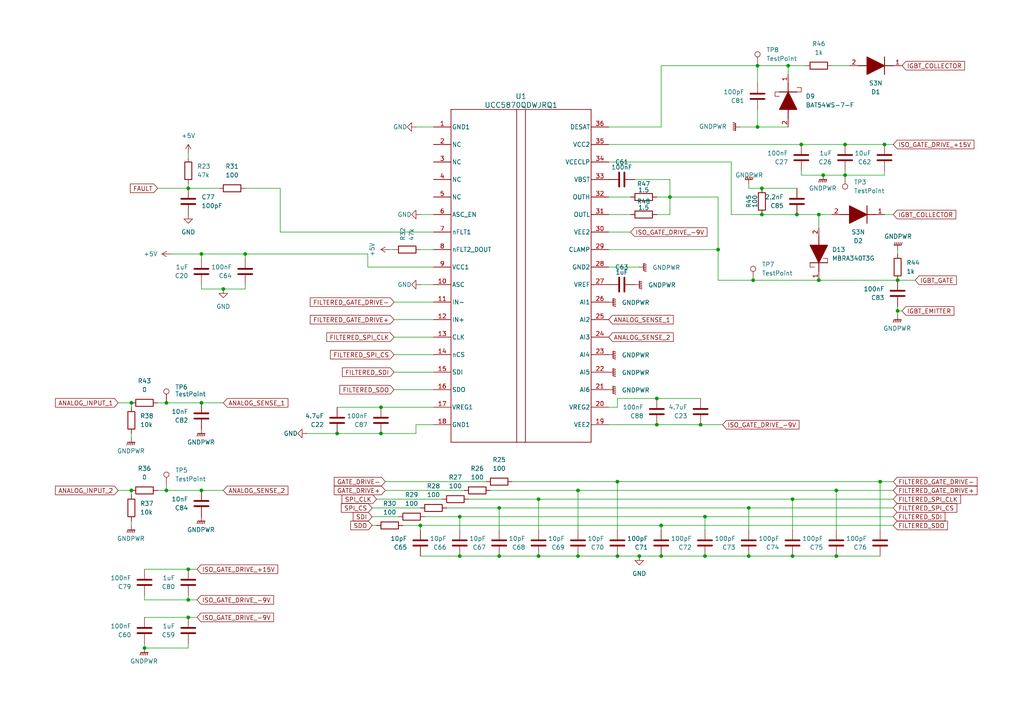
<source format=kicad_sch>
(kicad_sch (version 20250114) (generator "eeschema") (generator_version "9.0")
  (paper "A4")
  (lib_symbols
    (symbol "Connector:TestPoint" (pin_numbers (hide yes)) (pin_names (offset 0.762) (hide yes))
      (property "Reference" "TP" (at 0 6.858 0))
      (property "Value" "TestPoint" (at 0 5.08 0))
      (symbol "TestPoint_0_1"
        (circle (center 0 3.302) (radius 0.762))
      )
      (symbol "TestPoint_1_1"
        (pin passive line (at 0 0 90) (length 2.54) (name "1") (number "1"))
      )
    )
    (symbol "Device:C" (pin_numbers (hide yes)) (pin_names (offset 0.254))
      (property "Reference" "C" (at 0.635 2.54 0))
      (property "Value" "C" (at 0.635 -2.54 0))
      (symbol "C_0_1"
        (polyline (pts (xy -2.032 0.762) (xy 2.032 0.762)) (stroke (width 0.508)))
        (polyline (pts (xy -2.032 -0.762) (xy 2.032 -0.762)) (stroke (width 0.508)))
      )
      (symbol "C_1_1"
        (pin passive line (at 0 3.81 270) (length 2.794) (name "~") (number "1"))
        (pin passive line (at 0 -3.81 90) (length 2.794) (name "~") (number "2"))
      )
    )
    (symbol "Device:R" (pin_numbers (hide yes)) (pin_names (offset 0))
      (property "Reference" "R" (at 2.032 0 90))
      (property "Value" "R" (at 0 0 90))
      (symbol "R_0_1"
        (rectangle (start -1.016 -2.54) (end 1.016 2.54) (stroke (width 0.254)))
      )
      (symbol "R_1_1"
        (pin passive line (at 0 3.81 270) (length 1.27) (name "~") (number "1"))
        (pin passive line (at 0 -3.81 90) (length 1.27) (name "~") (number "2"))
      )
    )
    (symbol "InverterCom:BAT54WS-7-F" (pin_names (hide yes))
      (property "Reference" "D" (at 11.43 5.08 0))
      (property "Value" "BAT54WS-7-F" (at 11.43 2.54 0))
      (symbol "BAT54WS-7-F_0_1"
        (polyline (pts (xy 5.08 2.54) (xy 5.08 3.81) (xy 3.81 3.81) (xy 3.81 2.54)))
        (polyline (pts (xy 5.08 -2.54) (xy 5.08 -3.81) (xy 6.35 -3.81) (xy 6.35 -2.54)))
      )
      (symbol "BAT54WS-7-F_1_1"
        (polyline (pts (xy 2.54 0) (xy 5.08 0)) (stroke (width 0.254)))
        (polyline (pts (xy 5.08 2.54) (xy 5.08 -2.54)) (stroke (width 0.254)))
        (polyline (pts (xy 5.08 0) (xy 10.16 2.54) (xy 10.16 -2.54) (xy 5.08 0)) (stroke (width 0.254)) (fill (type outline)))
        (polyline (pts (xy 10.16 0) (xy 12.7 0)) (stroke (width 0.254)))
        (pin passive line (at 0 0 0) (length 2.54) (name "K") (number "1"))
        (pin passive line (at 15.24 0 180) (length 2.54) (name "A") (number "2"))
      )
    )
    (symbol "InverterCom:MBRA340T3G" (pin_names (hide yes))
      (property "Reference" "D" (at 11.43 5.08 0))
      (property "Value" "MBRA340T3G" (at 11.43 2.54 0))
      (symbol "MBRA340T3G_0_1"
        (polyline (pts (xy 5.08 2.54) (xy 3.81 2.54) (xy 3.81 1.27)))
        (polyline (pts (xy 5.08 -2.54) (xy 6.35 -2.54) (xy 6.35 -1.27)))
      )
      (symbol "MBRA340T3G_1_1"
        (polyline (pts (xy 2.54 0) (xy 5.08 0)) (stroke (width 0.254)))
        (polyline (pts (xy 5.08 2.54) (xy 5.08 -2.54)) (stroke (width 0.254)))
        (polyline (pts (xy 5.08 0) (xy 10.16 2.54) (xy 10.16 -2.54) (xy 5.08 0)) (stroke (width 0.254)) (fill (type outline)))
        (polyline (pts (xy 10.16 0) (xy 12.7 0)) (stroke (width 0.254)))
        (pin passive line (at 0 0 0) (length 2.54) (name "K") (number "1"))
        (pin passive line (at 15.24 0 180) (length 2.54) (name "A") (number "2"))
      )
    )
    (symbol "InverterCom:S3N" (pin_names (hide yes))
      (property "Reference" "D" (at 11.43 5.08 0))
      (property "Value" "S3N" (at 11.43 2.54 0))
      (symbol "S3N_1_1"
        (polyline (pts (xy 2.54 0) (xy 5.08 0)) (stroke (width 0.254)))
        (polyline (pts (xy 5.08 2.54) (xy 5.08 -2.54)) (stroke (width 0.254)))
        (polyline (pts (xy 5.08 0) (xy 10.16 2.54) (xy 10.16 -2.54) (xy 5.08 0)) (stroke (width 0.254)) (fill (type outline)))
        (polyline (pts (xy 10.16 0) (xy 12.7 0)) (stroke (width 0.254)))
        (pin passive line (at 0 0 0) (length 2.54) (name "K") (number "1"))
        (pin passive line (at 15.24 0 180) (length 2.54) (name "A") (number "2"))
      )
    )
    (symbol "InverterCom:UCC5870QDWJRQ1" (pin_names (offset 0.254))
      (property "Reference" "U" (at 0 2.54 0))
      (property "Value" "UCC5870QDWJRQ1" (at 0 0 0))
      (symbol "UCC5870QDWJRQ1_0_1"
        (polyline (pts (xy -20.32 48.26) (xy -20.32 -48.26)) (stroke (width 0.2032)))
        (polyline (pts (xy -20.32 -48.26) (xy 20.32 -48.26)) (stroke (width 0.2032)))
        (polyline (pts (xy -1.27 -48.26) (xy -1.27 48.26)) (stroke (width 0.2032)))
        (polyline (pts (xy 1.27 -48.26) (xy 1.27 48.26)) (stroke (width 0.2032)))
        (polyline (pts (xy 20.32 48.26) (xy -20.32 48.26)) (stroke (width 0.2032)))
        (polyline (pts (xy 20.32 -48.26) (xy 20.32 48.26)) (stroke (width 0.2032)))
        (pin power_in line (at -25.4 43.18 0) (length 5.08) (name "GND1") (number "1"))
        (pin unspecified line (at -25.4 38.1 0) (length 5.08) (name "NC") (number "2"))
        (pin unspecified line (at -25.4 33.02 0) (length 5.08) (name "NC") (number "3"))
        (pin unspecified line (at -25.4 27.94 0) (length 5.08) (name "NC") (number "4"))
        (pin unspecified line (at -25.4 22.86 0) (length 5.08) (name "NC") (number "5"))
        (pin input line (at -25.4 17.78 0) (length 5.08) (name "ASC_EN") (number "6"))
        (pin output line (at -25.4 12.7 0) (length 5.08) (name "nFLT1") (number "7"))
        (pin output line (at -25.4 7.62 0) (length 5.08) (name "nFLT2_DOUT") (number "8"))
        (pin power_in line (at -25.4 2.54 0) (length 5.08) (name "VCC1") (number "9"))
        (pin power_in line (at -25.4 -2.54 0) (length 5.08) (name "ASC") (number "10"))
        (pin power_in line (at -25.4 -7.62 0) (length 5.08) (name "IN-") (number "11"))
        (pin input line (at -25.4 -12.7 0) (length 5.08) (name "IN+") (number "12"))
        (pin input line (at -25.4 -17.78 0) (length 5.08) (name "CLK") (number "13"))
        (pin input line (at -25.4 -22.86 0) (length 5.08) (name "nCS") (number "14"))
        (pin input line (at -25.4 -27.94 0) (length 5.08) (name "SDI") (number "15"))
        (pin output line (at -25.4 -33.02 0) (length 5.08) (name "SDO") (number "16"))
        (pin power_in line (at -25.4 -38.1 0) (length 5.08) (name "VREG1") (number "17"))
        (pin power_in line (at -25.4 -43.18 0) (length 5.08) (name "GND1") (number "18"))
        (pin input line (at 25.4 43.18 180) (length 5.08) (name "DESAT") (number "36"))
        (pin bidirectional line (at 25.4 38.1 180) (length 5.08) (name "VCC2") (number "35"))
        (pin input line (at 25.4 33.02 180) (length 5.08) (name "VCECLP") (number "34"))
        (pin power_in line (at 25.4 27.94 180) (length 5.08) (name "VBST") (number "33"))
        (pin output line (at 25.4 22.86 180) (length 5.08) (name "OUTH") (number "32"))
        (pin output line (at 25.4 17.78 180) (length 5.08) (name "OUTL") (number "31"))
        (pin power_in line (at 25.4 12.7 180) (length 5.08) (name "VEE2") (number "30"))
        (pin bidirectional line (at 25.4 7.62 180) (length 5.08) (name "CLAMP") (number "29"))
        (pin power_in line (at 25.4 2.54 180) (length 5.08) (name "GND2") (number "28"))
        (pin power_in line (at 25.4 -2.54 180) (length 5.08) (name "VREF") (number "27"))
        (pin input line (at 25.4 -7.62 180) (length 5.08) (name "AI1") (number "26"))
        (pin input line (at 25.4 -12.7 180) (length 5.08) (name "AI2") (number "25"))
        (pin input line (at 25.4 -17.78 180) (length 5.08) (name "AI3") (number "24"))
        (pin input line (at 25.4 -22.86 180) (length 5.08) (name "AI4") (number "23"))
        (pin input line (at 25.4 -27.94 180) (length 5.08) (name "AI5") (number "22"))
        (pin input line (at 25.4 -33.02 180) (length 5.08) (name "AI6") (number "21"))
        (pin power_in line (at 25.4 -38.1 180) (length 5.08) (name "VREG2") (number "20"))
        (pin power_in line (at 25.4 -43.18 180) (length 5.08) (name "VEE2") (number "19"))
      )
    )
    (symbol "power:+5V" (power) (pin_numbers (hide yes)) (pin_names (offset 0) (hide yes))
      (property "Value" "+5V" (at 0 3.556 0))
      (symbol "+5V_0_1"
        (polyline (pts (xy -0.762 1.27) (xy 0 2.54)))
        (polyline (pts (xy 0 2.54) (xy 0.762 1.27)))
        (polyline (pts (xy 0 0) (xy 0 2.54)))
      )
      (symbol "+5V_1_1"
        (pin power_in line (at 0 0 90) (length 0) (name "~") (number "1"))
      )
    )
    (symbol "power:GND" (power) (pin_numbers (hide yes)) (pin_names (offset 0) (hide yes))
      (property "Value" "GND" (at 0 -3.81 0))
      (symbol "GND_0_1"
        (polyline (pts (xy 0 0) (xy 0 -1.27) (xy 1.27 -1.27) (xy 0 -2.54) (xy -1.27 -1.27) (xy 0 -1.27)))
      )
      (symbol "GND_1_1"
        (pin power_in line (at 0 0 270) (length 0) (name "~") (number "1"))
      )
    )
    (symbol "power:GNDPWR" (power) (pin_numbers (hide yes)) (pin_names (offset 0) (hide yes))
      (property "Value" "GNDPWR" (at 0 -3.302 0))
      (symbol "GNDPWR_0_1"
        (polyline (pts (xy -1.016 -1.27) (xy -1.27 -2.032) (xy -1.27 -2.032)) (stroke (width 0.2032)))
        (polyline (pts (xy -0.508 -1.27) (xy -0.762 -2.032) (xy -0.762 -2.032)) (stroke (width 0.2032)))
        (polyline (pts (xy 0 -1.27) (xy 0 0)))
        (polyline (pts (xy 0 -1.27) (xy -0.254 -2.032) (xy -0.254 -2.032)) (stroke (width 0.2032)))
        (polyline (pts (xy 0.508 -1.27) (xy 0.254 -2.032) (xy 0.254 -2.032)) (stroke (width 0.2032)))
        (polyline (pts (xy 1.016 -1.27) (xy -1.016 -1.27) (xy -1.016 -1.27)) (stroke (width 0.2032)))
        (polyline (pts (xy 1.016 -1.27) (xy 0.762 -2.032) (xy 0.762 -2.032) (xy 0.762 -2.032)) (stroke (width 0.2032)))
      )
      (symbol "GNDPWR_1_1"
        (pin power_in line (at 0 0 270) (length 0) (name "~") (number "1"))
      )
    )
  )
  (junction (at 167.64 161.29))
  (junction (at 245.11 50.8))
  (junction (at 217.17 161.29))
  (junction (at 191.77 161.29))
  (junction (at 179.07 161.29))
  (junction (at 54.61 165.1))
  (junction (at 48.26 116.84))
  (junction (at 97.79 125.73))
  (junction (at 167.64 142.24))
  (junction (at 220.98 54.61))
  (junction (at 194.31 57.15))
  (junction (at 255.27 139.7))
  (junction (at 110.49 125.73))
  (junction (at 245.11 41.91))
  (junction (at 48.26 142.24))
  (junction (at 144.78 147.32))
  (junction (at 58.42 116.84))
  (junction (at 231.14 62.23))
  (junction (at 208.28 72.39))
  (junction (at 179.07 139.7))
  (junction (at 41.91 187.96))
  (junction (at 190.5 123.19))
  (junction (at 54.61 179.07))
  (junction (at 238.76 50.8))
  (junction (at 229.87 161.29))
  (junction (at 232.41 41.91))
  (junction (at 133.35 161.29))
  (junction (at 54.61 173.99))
  (junction (at 133.35 149.86))
  (junction (at 156.21 161.29))
  (junction (at 54.61 54.61))
  (junction (at 242.57 142.24))
  (junction (at 110.49 118.11))
  (junction (at 218.44 81.28))
  (junction (at 204.47 161.29))
  (junction (at 38.1 116.84))
  (junction (at 229.87 144.78))
  (junction (at 58.42 73.66))
  (junction (at 220.98 62.23))
  (junction (at 190.5 115.57))
  (junction (at 58.42 142.24))
  (junction (at 191.77 152.4))
  (junction (at 71.12 73.66))
  (junction (at 256.54 41.91))
  (junction (at 237.49 62.23))
  (junction (at 38.1 142.24))
  (junction (at 242.57 161.29))
  (junction (at 64.77 83.82))
  (junction (at 219.71 19.05))
  (junction (at 260.35 81.28))
  (junction (at 237.49 81.28))
  (junction (at 219.71 36.83))
  (junction (at 217.17 147.32))
  (junction (at 121.92 152.4))
  (junction (at 203.2 123.19))
  (junction (at 228.6 19.05))
  (junction (at 156.21 144.78))
  (junction (at 185.42 161.29))
  (junction (at 204.47 149.86))
  (junction (at 144.78 161.29))
  (junction (at 260.35 90.17))
  (wire (pts (xy 217.17 161.29) (xy 229.87 161.29)))
  (wire (pts (xy 194.31 62.23) (xy 190.5 62.23)))
  (wire (pts (xy 114.3 92.71) (xy 125.73 92.71)))
  (wire (pts (xy 242.57 161.29) (xy 255.27 161.29)))
  (wire (pts (xy 121.92 62.23) (xy 125.73 62.23)))
  (wire (pts (xy 245.11 41.91) (xy 256.54 41.91)))
  (wire (pts (xy 218.44 81.28) (xy 237.49 81.28)))
  (wire (pts (xy 203.2 123.19) (xy 209.55 123.19)))
  (wire (pts (xy 121.92 152.4) (xy 191.77 152.4)))
  (wire (pts (xy 179.07 139.7) (xy 255.27 139.7)))
  (wire (pts (xy 106.68 77.47) (xy 125.73 77.47)))
  (wire (pts (xy 133.35 161.29) (xy 144.78 161.29)))
  (wire (pts (xy 176.53 57.15) (xy 182.88 57.15)))
  (wire (pts (xy 71.12 73.66) (xy 71.12 74.93)))
  (wire (pts (xy 45.72 116.84) (xy 48.26 116.84)))
  (wire (pts (xy 121.92 82.55) (xy 125.73 82.55)))
  (wire (pts (xy 261.62 90.17) (xy 260.35 90.17)))
  (wire (pts (xy 71.12 82.55) (xy 71.12 83.82)))
  (wire (pts (xy 58.42 142.24) (xy 64.77 142.24)))
  (wire (pts (xy 123.19 149.86) (xy 133.35 149.86)))
  (wire (pts (xy 190.5 57.15) (xy 194.31 57.15)))
  (wire (pts (xy 34.29 116.84) (xy 38.1 116.84)))
  (wire (pts (xy 156.21 144.78) (xy 156.21 153.67)))
  (wire (pts (xy 185.42 161.29) (xy 191.77 161.29)))
  (wire (pts (xy 54.61 45.72) (xy 54.61 44.45)))
  (wire (pts (xy 135.89 144.78) (xy 156.21 144.78)))
  (wire (pts (xy 204.47 149.86) (xy 259.08 149.86)))
  (wire (pts (xy 49.53 73.66) (xy 58.42 73.66)))
  (wire (pts (xy 220.98 54.61) (xy 231.14 54.61)))
  (wire (pts (xy 107.95 147.32) (xy 121.92 147.32)))
  (wire (pts (xy 88.9 125.73) (xy 97.79 125.73)))
  (wire (pts (xy 58.42 73.66) (xy 71.12 73.66)))
  (wire (pts (xy 231.14 62.23) (xy 237.49 62.23)))
  (wire (pts (xy 232.41 41.91) (xy 245.11 41.91)))
  (wire (pts (xy 54.61 179.07) (xy 57.15 179.07)))
  (wire (pts (xy 167.64 161.29) (xy 179.07 161.29)))
  (wire (pts (xy 179.07 115.57) (xy 190.5 115.57)))
  (wire (pts (xy 219.71 31.75) (xy 219.71 36.83)))
  (wire (pts (xy 144.78 147.32) (xy 217.17 147.32)))
  (wire (pts (xy 97.79 118.11) (xy 110.49 118.11)))
  (wire (pts (xy 64.77 83.82) (xy 58.42 83.82)))
  (wire (pts (xy 214.63 36.83) (xy 219.71 36.83)))
  (wire (pts (xy 242.57 142.24) (xy 242.57 153.67)))
  (wire (pts (xy 144.78 147.32) (xy 144.78 153.67)))
  (wire (pts (xy 121.92 152.4) (xy 121.92 153.67)))
  (wire (pts (xy 71.12 54.61) (xy 81.28 54.61)))
  (wire (pts (xy 256.54 41.91) (xy 259.08 41.91)))
  (wire (pts (xy 191.77 152.4) (xy 191.77 153.67)))
  (wire (pts (xy 120.65 36.83) (xy 125.73 36.83)))
  (wire (pts (xy 194.31 57.15) (xy 194.31 62.23)))
  (wire (pts (xy 54.61 53.34) (xy 54.61 54.61)))
  (wire (pts (xy 134.62 142.24) (xy 111.76 142.24)))
  (wire (pts (xy 54.61 165.1) (xy 57.15 165.1)))
  (wire (pts (xy 116.84 152.4) (xy 121.92 152.4)))
  (wire (pts (xy 191.77 152.4) (xy 259.08 152.4)))
  (wire (pts (xy 148.59 139.7) (xy 179.07 139.7)))
  (wire (pts (xy 176.53 123.19) (xy 190.5 123.19)))
  (wire (pts (xy 41.91 173.99) (xy 41.91 172.72)))
  (wire (pts (xy 71.12 83.82) (xy 64.77 83.82)))
  (wire (pts (xy 133.35 149.86) (xy 204.47 149.86)))
  (wire (pts (xy 255.27 139.7) (xy 255.27 153.67)))
  (wire (pts (xy 54.61 173.99) (xy 54.61 172.72)))
  (wire (pts (xy 114.3 97.79) (xy 125.73 97.79)))
  (wire (pts (xy 156.21 144.78) (xy 229.87 144.78)))
  (wire (pts (xy 208.28 72.39) (xy 208.28 81.28)))
  (wire (pts (xy 228.6 19.05) (xy 233.68 19.05)))
  (wire (pts (xy 204.47 149.86) (xy 204.47 153.67)))
  (wire (pts (xy 245.11 50.8) (xy 245.11 49.53)))
  (wire (pts (xy 256.54 49.53) (xy 256.54 50.8)))
  (wire (pts (xy 241.3 19.05) (xy 246.38 19.05)))
  (wire (pts (xy 184.15 52.07) (xy 194.31 52.07)))
  (wire (pts (xy 45.72 54.61) (xy 54.61 54.61)))
  (wire (pts (xy 229.87 161.29) (xy 242.57 161.29)))
  (wire (pts (xy 81.28 67.31) (xy 125.73 67.31)))
  (wire (pts (xy 58.42 83.82) (xy 58.42 82.55)))
  (wire (pts (xy 232.41 50.8) (xy 238.76 50.8)))
  (wire (pts (xy 176.53 72.39) (xy 208.28 72.39)))
  (wire (pts (xy 114.3 107.95) (xy 125.73 107.95)))
  (wire (pts (xy 113.03 72.39) (xy 114.3 72.39)))
  (wire (pts (xy 260.35 72.39) (xy 260.35 73.66)))
  (wire (pts (xy 208.28 81.28) (xy 218.44 81.28)))
  (wire (pts (xy 41.91 179.07) (xy 54.61 179.07)))
  (wire (pts (xy 34.29 142.24) (xy 38.1 142.24)))
  (wire (pts (xy 212.09 62.23) (xy 220.98 62.23)))
  (wire (pts (xy 260.35 81.28) (xy 265.43 81.28)))
  (wire (pts (xy 229.87 144.78) (xy 229.87 153.67)))
  (wire (pts (xy 48.26 116.84) (xy 58.42 116.84)))
  (wire (pts (xy 217.17 53.34) (xy 217.17 54.61)))
  (wire (pts (xy 217.17 147.32) (xy 217.17 153.67)))
  (wire (pts (xy 133.35 149.86) (xy 133.35 153.67)))
  (wire (pts (xy 48.26 142.24) (xy 58.42 142.24)))
  (wire (pts (xy 185.42 77.47) (xy 176.53 77.47)))
  (wire (pts (xy 38.1 125.73) (xy 38.1 127)))
  (wire (pts (xy 114.3 113.03) (xy 125.73 113.03)))
  (wire (pts (xy 38.1 142.24) (xy 38.1 143.51)))
  (wire (pts (xy 111.76 139.7) (xy 140.97 139.7)))
  (wire (pts (xy 179.07 118.11) (xy 179.07 115.57)))
  (wire (pts (xy 38.1 151.13) (xy 38.1 152.4)))
  (wire (pts (xy 109.22 144.78) (xy 128.27 144.78)))
  (wire (pts (xy 167.64 142.24) (xy 242.57 142.24)))
  (wire (pts (xy 191.77 19.05) (xy 219.71 19.05)))
  (wire (pts (xy 212.09 46.99) (xy 176.53 46.99)))
  (wire (pts (xy 106.68 73.66) (xy 106.68 77.47)))
  (wire (pts (xy 256.54 50.8) (xy 245.11 50.8)))
  (wire (pts (xy 229.87 144.78) (xy 259.08 144.78)))
  (wire (pts (xy 176.53 36.83) (xy 191.77 36.83)))
  (wire (pts (xy 220.98 62.23) (xy 231.14 62.23)))
  (wire (pts (xy 110.49 118.11) (xy 125.73 118.11)))
  (wire (pts (xy 41.91 187.96) (xy 54.61 187.96)))
  (wire (pts (xy 245.11 50.8) (xy 238.76 50.8)))
  (wire (pts (xy 107.95 152.4) (xy 109.22 152.4)))
  (wire (pts (xy 190.5 123.19) (xy 203.2 123.19)))
  (wire (pts (xy 48.26 140.97) (xy 48.26 142.24)))
  (wire (pts (xy 194.31 52.07) (xy 194.31 57.15)))
  (wire (pts (xy 167.64 153.67) (xy 167.64 142.24)))
  (wire (pts (xy 237.49 62.23) (xy 241.3 62.23)))
  (wire (pts (xy 167.64 142.24) (xy 142.24 142.24)))
  (wire (pts (xy 54.61 173.99) (xy 57.15 173.99)))
  (wire (pts (xy 129.54 147.32) (xy 144.78 147.32)))
  (wire (pts (xy 58.42 116.84) (xy 64.77 116.84)))
  (wire (pts (xy 237.49 66.04) (xy 237.49 62.23)))
  (wire (pts (xy 114.3 87.63) (xy 125.73 87.63)))
  (wire (pts (xy 260.35 90.17) (xy 260.35 91.44)))
  (wire (pts (xy 41.91 165.1) (xy 54.61 165.1)))
  (wire (pts (xy 219.71 24.13) (xy 219.71 19.05)))
  (wire (pts (xy 54.61 54.61) (xy 63.5 54.61)))
  (wire (pts (xy 41.91 187.96) (xy 41.91 186.69)))
  (wire (pts (xy 114.3 102.87) (xy 125.73 102.87)))
  (wire (pts (xy 217.17 147.32) (xy 259.08 147.32)))
  (wire (pts (xy 71.12 73.66) (xy 106.68 73.66)))
  (wire (pts (xy 219.71 19.05) (xy 228.6 19.05)))
  (wire (pts (xy 176.53 62.23) (xy 182.88 62.23)))
  (wire (pts (xy 45.72 142.24) (xy 48.26 142.24)))
  (wire (pts (xy 242.57 142.24) (xy 259.08 142.24)))
  (wire (pts (xy 208.28 57.15) (xy 208.28 72.39)))
  (wire (pts (xy 121.92 72.39) (xy 125.73 72.39)))
  (wire (pts (xy 144.78 161.29) (xy 156.21 161.29)))
  (wire (pts (xy 204.47 161.29) (xy 217.17 161.29)))
  (wire (pts (xy 256.54 62.23) (xy 259.08 62.23)))
  (wire (pts (xy 176.53 67.31) (xy 182.88 67.31)))
  (wire (pts (xy 217.17 54.61) (xy 220.98 54.61)))
  (wire (pts (xy 107.95 149.86) (xy 115.57 149.86)))
  (wire (pts (xy 179.07 161.29) (xy 185.42 161.29)))
  (wire (pts (xy 176.53 118.11) (xy 179.07 118.11)))
  (wire (pts (xy 58.42 74.93) (xy 58.42 73.66)))
  (wire (pts (xy 97.79 125.73) (xy 110.49 125.73)))
  (wire (pts (xy 259.08 139.7) (xy 255.27 139.7)))
  (wire (pts (xy 191.77 36.83) (xy 191.77 19.05)))
  (wire (pts (xy 260.35 88.9) (xy 260.35 90.17)))
  (wire (pts (xy 179.07 139.7) (xy 179.07 153.67)))
  (wire (pts (xy 156.21 161.29) (xy 167.64 161.29)))
  (wire (pts (xy 219.71 36.83) (xy 228.6 36.83)))
  (wire (pts (xy 121.92 161.29) (xy 133.35 161.29)))
  (wire (pts (xy 190.5 115.57) (xy 203.2 115.57)))
  (wire (pts (xy 120.65 125.73) (xy 120.65 123.19)))
  (wire (pts (xy 110.49 125.73) (xy 120.65 125.73)))
  (wire (pts (xy 237.49 81.28) (xy 260.35 81.28)))
  (wire (pts (xy 191.77 161.29) (xy 204.47 161.29)))
  (wire (pts (xy 81.28 67.31) (xy 81.28 54.61)))
  (wire (pts (xy 228.6 19.05) (xy 228.6 21.59)))
  (wire (pts (xy 38.1 116.84) (xy 38.1 118.11)))
  (wire (pts (xy 41.91 173.99) (xy 54.61 173.99)))
  (wire (pts (xy 232.41 50.8) (xy 232.41 49.53)))
  (wire (pts (xy 120.65 123.19) (xy 125.73 123.19)))
  (wire (pts (xy 176.53 41.91) (xy 232.41 41.91)))
  (wire (pts (xy 212.09 62.23) (xy 212.09 46.99)))
  (wire (pts (xy 194.31 57.15) (xy 208.28 57.15)))
  (wire (pts (xy 54.61 187.96) (xy 54.61 186.69)))
  (global_label "SDI" (shape input) (at 107.95 149.86 180) (property "Intersheetrefs" "${INTERSHEET_REFS}" (effects (hide yes))))
  (global_label "FAULT" (shape input) (at 45.72 54.61 180) (property "Intersheetrefs" "${INTERSHEET_REFS}" (effects (hide yes))))
  (global_label "FILTERED_SPI_CLK" (shape input) (at 259.08 144.78 0) (property "Intersheetrefs" "${INTERSHEET_REFS}" (effects (hide yes))))
  (global_label "ISO_GATE_DRIVE_+15V" (shape input) (at 259.08 41.91 0) (property "Intersheetrefs" "${INTERSHEET_REFS}" (effects (hide yes))))
  (global_label "ISO_GATE_DRIVE_-9V" (shape input) (at 57.15 173.99 0) (property "Intersheetrefs" "${INTERSHEET_REFS}" (effects (hide yes))))
  (global_label "FILTERED_GATE_DRIVE+" (shape input) (at 259.08 142.24 0) (property "Intersheetrefs" "${INTERSHEET_REFS}" (effects (hide yes))))
  (global_label "FILTERED_SDO" (shape input) (at 259.08 152.4 0) (property "Intersheetrefs" "${INTERSHEET_REFS}" (effects (hide yes))))
  (global_label "ANALOG_INPUT_2" (shape input) (at 34.29 142.24 180) (property "Intersheetrefs" "${INTERSHEET_REFS}" (effects (hide yes))))
  (global_label "ISO_GATE_DRIVE_-9V" (shape input) (at 209.55 123.19 0) (property "Intersheetrefs" "${INTERSHEET_REFS}" (effects (hide yes))))
  (global_label "SDO" (shape input) (at 107.95 152.4 180) (property "Intersheetrefs" "${INTERSHEET_REFS}" (effects (hide yes))))
  (global_label "ANALOG_SENSE_2" (shape input) (at 64.77 142.24 0) (property "Intersheetrefs" "${INTERSHEET_REFS}" (effects (hide yes))))
  (global_label "ANALOG_SENSE_1" (shape input) (at 176.53 92.71 0) (property "Intersheetrefs" "${INTERSHEET_REFS}" (effects (hide yes))))
  (global_label "FILTERED_SDI" (shape input) (at 114.3 107.95 180) (property "Intersheetrefs" "${INTERSHEET_REFS}" (effects (hide yes))))
  (global_label "ANALOG_SENSE_1" (shape input) (at 64.77 116.84 0) (property "Intersheetrefs" "${INTERSHEET_REFS}" (effects (hide yes))))
  (global_label "IGBT_GATE" (shape input) (at 265.43 81.28 0) (property "Intersheetrefs" "${INTERSHEET_REFS}" (effects (hide yes))))
  (global_label "ANALOG_SENSE_2" (shape input) (at 176.53 97.79 0) (property "Intersheetrefs" "${INTERSHEET_REFS}" (effects (hide yes))))
  (global_label "FILTERED_SPI_CS" (shape input) (at 114.3 102.87 180) (property "Intersheetrefs" "${INTERSHEET_REFS}" (effects (hide yes))))
  (global_label "FILTERED_SDO" (shape input) (at 114.3 113.03 180) (property "Intersheetrefs" "${INTERSHEET_REFS}" (effects (hide yes))))
  (global_label "IGBT_COLLECTOR" (shape input) (at 261.62 19.05 0) (property "Intersheetrefs" "${INTERSHEET_REFS}" (effects (hide yes))))
  (global_label "ISO_GATE_DRIVE_-9V" (shape input) (at 57.15 179.07 0) (property "Intersheetrefs" "${INTERSHEET_REFS}" (effects (hide yes))))
  (global_label "SPI_CLK" (shape input) (at 109.22 144.78 180) (property "Intersheetrefs" "${INTERSHEET_REFS}" (effects (hide yes))))
  (global_label "FILTERED_SDI" (shape input) (at 259.08 149.86 0) (property "Intersheetrefs" "${INTERSHEET_REFS}" (effects (hide yes))))
  (global_label "GATE_DRIVE-" (shape input) (at 111.76 139.7 180) (property "Intersheetrefs" "${INTERSHEET_REFS}" (effects (hide yes))))
  (global_label "GATE_DRIVE+" (shape input) (at 111.76 142.24 180) (property "Intersheetrefs" "${INTERSHEET_REFS}" (effects (hide yes))))
  (global_label "FILTERED_SPI_CLK" (shape input) (at 114.3 97.79 180) (property "Intersheetrefs" "${INTERSHEET_REFS}" (effects (hide yes))))
  (global_label "IGBT_EMITTER" (shape input) (at 261.62 90.17 0) (property "Intersheetrefs" "${INTERSHEET_REFS}" (effects (hide yes))))
  (global_label "FILTERED_GATE_DRIVE+" (shape input) (at 114.3 92.71 180) (property "Intersheetrefs" "${INTERSHEET_REFS}" (effects (hide yes))))
  (global_label "FILTERED_GATE_DRIVE-" (shape input) (at 114.3 87.63 180) (property "Intersheetrefs" "${INTERSHEET_REFS}" (effects (hide yes))))
  (global_label "ISO_GATE_DRIVE_+15V" (shape input) (at 57.15 165.1 0) (property "Intersheetrefs" "${INTERSHEET_REFS}" (effects (hide yes))))
  (global_label "ANALOG_INPUT_1" (shape input) (at 34.29 116.84 180) (property "Intersheetrefs" "${INTERSHEET_REFS}" (effects (hide yes))))
  (global_label "ISO_GATE_DRIVE_-9V" (shape input) (at 182.88 67.31 0) (property "Intersheetrefs" "${INTERSHEET_REFS}" (effects (hide yes))))
  (global_label "FILTERED_GATE_DRIVE-" (shape input) (at 259.08 139.7 0) (property "Intersheetrefs" "${INTERSHEET_REFS}" (effects (hide yes))))
  (global_label "IGBT_COLLECTOR" (shape input) (at 259.08 62.23 0) (property "Intersheetrefs" "${INTERSHEET_REFS}" (effects (hide yes))))
  (global_label "SPI_CS" (shape input) (at 107.95 147.32 180) (property "Intersheetrefs" "${INTERSHEET_REFS}" (effects (hide yes))))
  (global_label "FILTERED_SPI_CS" (shape input) (at 259.08 147.32 0) (property "Intersheetrefs" "${INTERSHEET_REFS}" (effects (hide yes))))
  (symbol (lib_id "power:+5V") (at 54.61 44.45 0) (unit 1)
    (property "Reference" "#PWR039" (effects (hide yes)))
    (property "Value" "+5V" (at 54.61 39.37 0))
    (property "Description" "Power symbol creates a global label with name \"+5V\"" (effects (hide yes)))
  )
  (symbol (lib_id "power:GND") (at 121.92 82.55 270) (unit 1)
    (property "Reference" "#PWR081" (effects (hide yes)))
    (property "Value" "GND" (at 119.38 82.5499 90) (effects (justify right)))
    (property "Description" "Power symbol creates a global label with name \"GND\" , ground" (effects (hide yes)))
  )
  (symbol (lib_id "power:GNDPWR") (at 38.1 152.4 0) (unit 1)
    (property "Reference" "#PWR071" (effects (hide yes)))
    (property "Value" "GNDPWR" (at 37.973 156.21 0))
    (property "Description" "Power symbol creates a global label with name \"GNDPWR\" , global ground" (effects (hide yes)))
  )
  (symbol (lib_id "Device:R") (at 41.91 142.24 90) (mirror x) (unit 1)
    (property "Reference" "R36" (at 41.91 135.89 90))
    (property "Value" "0" (at 41.91 138.43 90))
    (property "Footprint" "Resistor_SMD:R_1210_3225Metric_Pad1.30x2.65mm_HandSolder" (effects (hide yes)))
    (property "Description" "Resistor" (effects (hide yes)))
  )
  (symbol (lib_id "Device:C") (at 180.34 52.07 270) (unit 1)
    (property "Reference" "C61" (at 180.34 46.99 90))
    (property "Value" "100nF" (at 180.34 48.514 90))
    (property "Footprint" "Capacitor_SMD:C_1210_3225Metric_Pad1.33x2.70mm_HandSolder" (effects (hide yes)))
    (property "Description" "Unpolarized capacitor" (effects (hide yes)))
  )
  (symbol (lib_id "Device:C") (at 180.34 82.55 270) (unit 1)
    (property "Reference" "C63" (at 180.34 77.47 90))
    (property "Value" "1uF" (at 180.34 78.994 90))
    (property "Footprint" "Capacitor_SMD:C_1210_3225Metric_Pad1.33x2.70mm_HandSolder" (effects (hide yes)))
    (property "Description" "Unpolarized capacitor" (effects (hide yes)))
  )
  (symbol (lib_id "InverterCom:BAT54WS-7-F") (at 228.6 21.59 270) (unit 1)
    (property "Reference" "D9" (at 233.68 27.9399 90) (effects (justify left)))
    (property "Value" "BAT54WS-7-F" (at 233.68 30.4799 90) (effects (justify left)))
    (property "Footprint" "InverterCom:SOD2513X120N" (effects (hide yes)))
    (property "Datasheet" "https://www.diodes.com//assets/Datasheets/BAT54WS.pdf" (effects (hide yes)))
    (property "Description" "Diodes Inc BAT54WS-7-F, SMT Schottky Switching Diode, 30V 200mA, 5ns, 2-Pin SOD-323" (effects (hide yes)))
    (property "Height" "1.2" (effects (hide yes)))
    (property "Mouser Part Number" "621-BAT54WS-F" (effects (hide yes)))
    (property "Mouser Price/Stock" "https://www.mouser.co.uk/ProductDetail/Diodes-Incorporated/BAT54WS-7-F?qs=BJo294706GxanB6a%2FKrrdw%3D%3D" (effects (hide yes)))
    (property "Manufacturer_Name" "Diodes Incorporated" (effects (hide yes)))
    (property "Manufacturer_Part_Number" "BAT54WS-7-F" (effects (hide yes)))
  )
  (symbol (lib_id "Device:R") (at 38.1 121.92 0) (unit 1)
    (property "Reference" "R38" (at 40.64 120.6499 0) (effects (justify left)))
    (property "Value" "10k" (at 40.64 123.1899 0) (effects (justify left)))
    (property "Footprint" "Resistor_SMD:R_1210_3225Metric_Pad1.30x2.65mm_HandSolder" (effects (hide yes)))
    (property "Description" "Resistor" (effects (hide yes)))
  )
  (symbol (lib_id "power:GNDPWR") (at 58.42 149.86 0) (unit 1)
    (property "Reference" "#PWR070" (effects (hide yes)))
    (property "Value" "GNDPWR" (at 58.293 153.67 0))
    (property "Description" "Power symbol creates a global label with name \"GNDPWR\" , global ground" (effects (hide yes)))
  )
  (symbol (lib_id "Device:C") (at 255.27 157.48 180) (unit 1)
    (property "Reference" "C76" (at 251.46 158.7501 0) (effects (justify left)))
    (property "Value" "100pF" (at 251.46 156.2101 0) (effects (justify left)))
    (property "Footprint" "Capacitor_SMD:C_1210_3225Metric_Pad1.33x2.70mm_HandSolder" (effects (hide yes)))
    (property "Description" "Unpolarized capacitor" (effects (hide yes)))
  )
  (symbol (lib_id "Device:C") (at 71.12 78.74 180) (unit 1)
    (property "Reference" "C64" (at 67.31 80.01 0) (effects (justify left)))
    (property "Value" "100nF" (at 67.31 77.47 0) (effects (justify left)))
    (property "Footprint" "Capacitor_SMD:C_1210_3225Metric_Pad1.33x2.70mm_HandSolder" (effects (hide yes)))
    (property "Description" "Unpolarized capacitor" (effects (hide yes)))
  )
  (symbol (lib_id "Device:C") (at 144.78 157.48 180) (unit 1)
    (property "Reference" "C67" (at 140.97 158.7501 0) (effects (justify left)))
    (property "Value" "10pF" (at 140.97 156.2101 0) (effects (justify left)))
    (property "Footprint" "Capacitor_SMD:C_1210_3225Metric_Pad1.33x2.70mm_HandSolder" (effects (hide yes)))
    (property "Description" "Unpolarized capacitor" (effects (hide yes)))
  )
  (symbol (lib_id "Device:C") (at 58.42 146.05 180) (unit 1)
    (property "Reference" "C84" (at 54.61 147.3201 0) (effects (justify left)))
    (property "Value" "10nF" (at 54.61 144.7801 0) (effects (justify left)))
    (property "Footprint" "Capacitor_SMD:C_1210_3225Metric_Pad1.33x2.70mm_HandSolder" (effects (hide yes)))
    (property "Description" "Unpolarized capacitor" (effects (hide yes)))
  )
  (symbol (lib_id "power:GNDPWR") (at 176.53 102.87 90) (unit 1)
    (property "Reference" "#PWR084" (effects (hide yes)))
    (property "Value" "GNDPWR" (at 180.34 102.9969 90) (effects (justify right)))
    (property "Description" "Power symbol creates a global label with name \"GNDPWR\" , global ground" (effects (hide yes)))
  )
  (symbol (lib_id "power:GND") (at 64.77 83.82 0) (unit 1)
    (property "Reference" "#PWR033" (effects (hide yes)))
    (property "Value" "GND" (at 64.77 88.9 0))
    (property "Description" "Power symbol creates a global label with name \"GND\" , ground" (effects (hide yes)))
  )
  (symbol (lib_id "Device:C") (at 204.47 157.48 180) (unit 1)
    (property "Reference" "C72" (at 200.66 158.7501 0) (effects (justify left)))
    (property "Value" "100pF" (at 200.66 156.2101 0) (effects (justify left)))
    (property "Footprint" "Capacitor_SMD:C_1210_3225Metric_Pad1.33x2.70mm_HandSolder" (effects (hide yes)))
    (property "Description" "Unpolarized capacitor" (effects (hide yes)))
  )
  (symbol (lib_id "power:GNDPWR") (at 214.63 36.83 270) (unit 1)
    (property "Reference" "#PWR074" (effects (hide yes)))
    (property "Value" "GNDPWR" (at 210.82 36.7029 90) (effects (justify right)))
    (property "Description" "Power symbol creates a global label with name \"GNDPWR\" , global ground" (effects (hide yes)))
  )
  (symbol (lib_id "Device:R") (at 220.98 58.42 0) (unit 1)
    (property "Reference" "R45" (at 217.17 58.42 90))
    (property "Value" "100" (at 218.948 58.42 90))
    (property "Footprint" "Resistor_SMD:R_1210_3225Metric_Pad1.30x2.65mm_HandSolder" (effects (hide yes)))
    (property "Description" "Resistor" (effects (hide yes)))
  )
  (symbol (lib_id "InverterCom:S3N") (at 261.62 19.05 180) (unit 1)
    (property "Reference" "D1" (at 254 26.67 0))
    (property "Value" "S3N" (at 254 24.13 0))
    (property "Footprint" "InverterCom:DIOM8059X265N" (effects (hide yes)))
    (property "Datasheet" "https://www.onsemi.com/pub/Collateral/S3N-D.PDF" (effects (hide yes)))
    (property "Description" "Glass-Passivated Junction.; High Breakdown Voltage Rating; Low-Profile Package; UL Flammability Classification: 94V-0" (effects (hide yes)))
    (property "Height" "2.65" (effects (hide yes)))
    (property "Mouser Part Number" "512-S3N" (effects (hide yes)))
    (property "Mouser Price/Stock" "https://www.mouser.co.uk/ProductDetail/onsemi-Fairchild/S3N?qs=1e7cUg5%2FiX9vmmrP5FC5Aw%3D%3D" (effects (hide yes)))
    (property "Manufacturer_Name" "onsemi" (effects (hide yes)))
    (property "Manufacturer_Part_Number" "S3N" (effects (hide yes)))
  )
  (symbol (lib_id "InverterCom:S3N") (at 256.54 62.23 180) (unit 1)
    (property "Reference" "D2" (at 248.92 69.85 0))
    (property "Value" "S3N" (at 248.92 67.31 0))
    (property "Footprint" "InverterCom:DIOM8059X265N" (effects (hide yes)))
    (property "Datasheet" "https://www.onsemi.com/pub/Collateral/S3N-D.PDF" (effects (hide yes)))
    (property "Description" "Glass-Passivated Junction.; High Breakdown Voltage Rating; Low-Profile Package; UL Flammability Classification: 94V-0" (effects (hide yes)))
    (property "Height" "2.65" (effects (hide yes)))
    (property "Mouser Part Number" "512-S3N" (effects (hide yes)))
    (property "Mouser Price/Stock" "https://www.mouser.co.uk/ProductDetail/onsemi-Fairchild/S3N?qs=1e7cUg5%2FiX9vmmrP5FC5Aw%3D%3D" (effects (hide yes)))
    (property "Manufacturer_Name" "onsemi" (effects (hide yes)))
    (property "Manufacturer_Part_Number" "S3N" (effects (hide yes)))
  )
  (symbol (lib_id "Device:C") (at 133.35 157.48 180) (unit 1)
    (property "Reference" "C66" (at 129.54 158.7501 0) (effects (justify left)))
    (property "Value" "10pF" (at 129.54 156.2101 0) (effects (justify left)))
    (property "Footprint" "Capacitor_SMD:C_1210_3225Metric_Pad1.33x2.70mm_HandSolder" (effects (hide yes)))
    (property "Description" "Unpolarized capacitor" (effects (hide yes)))
  )
  (symbol (lib_id "Connector:TestPoint") (at 245.11 50.8 180) (unit 1)
    (property "Reference" "TP3" (at 247.65 52.8319 0) (effects (justify right)))
    (property "Value" "TestPoint" (at 247.65 55.3719 0) (effects (justify right)))
    (property "Footprint" "TestPoint:TestPoint_Loop_D2.54mm_Drill1.5mm_Beaded" (effects (hide yes)))
    (property "Description" "test point" (effects (hide yes)))
  )
  (symbol (lib_id "Device:C") (at 41.91 168.91 180) (unit 1)
    (property "Reference" "C79" (at 38.1 170.1801 0) (effects (justify left)))
    (property "Value" "100nF" (at 38.1 167.6401 0) (effects (justify left)))
    (property "Footprint" "Capacitor_SMD:C_1210_3225Metric_Pad1.33x2.70mm_HandSolder" (effects (hide yes)))
    (property "Description" "Unpolarized capacitor" (effects (hide yes)))
  )
  (symbol (lib_id "Device:C") (at 217.17 157.48 180) (unit 1)
    (property "Reference" "C73" (at 213.36 158.7501 0) (effects (justify left)))
    (property "Value" "100pF" (at 213.36 156.2101 0) (effects (justify left)))
    (property "Footprint" "Capacitor_SMD:C_1210_3225Metric_Pad1.33x2.70mm_HandSolder" (effects (hide yes)))
    (property "Description" "Unpolarized capacitor" (effects (hide yes)))
  )
  (symbol (lib_id "power:GND") (at 121.92 62.23 270) (unit 1)
    (property "Reference" "#PWR080" (effects (hide yes)))
    (property "Value" "GND" (at 119.38 62.2299 90) (effects (justify right)))
    (property "Description" "Power symbol creates a global label with name \"GND\" , ground" (effects (hide yes)))
  )
  (symbol (lib_id "Device:R") (at 144.78 139.7 90) (unit 1)
    (property "Reference" "R25" (at 144.78 133.35 90))
    (property "Value" "100" (at 144.78 135.89 90))
    (property "Footprint" "Resistor_SMD:R_1210_3225Metric_Pad1.30x2.65mm_HandSolder" (effects (hide yes)))
    (property "Description" "Resistor" (effects (hide yes)))
  )
  (symbol (lib_id "Device:C") (at 167.64 157.48 180) (unit 1)
    (property "Reference" "C69" (at 163.83 158.7501 0) (effects (justify left)))
    (property "Value" "10pF" (at 163.83 156.2101 0) (effects (justify left)))
    (property "Footprint" "Capacitor_SMD:C_1210_3225Metric_Pad1.33x2.70mm_HandSolder" (effects (hide yes)))
    (property "Description" "Unpolarized capacitor" (effects (hide yes)))
  )
  (symbol (lib_id "Device:C") (at 54.61 182.88 180) (unit 1)
    (property "Reference" "C59" (at 50.8 184.1501 0) (effects (justify left)))
    (property "Value" "1uF" (at 50.8 181.6101 0) (effects (justify left)))
    (property "Footprint" "Capacitor_SMD:C_1210_3225Metric_Pad1.33x2.70mm_HandSolder" (effects (hide yes)))
    (property "Description" "Unpolarized capacitor" (effects (hide yes)))
  )
  (symbol (lib_id "Device:C") (at 242.57 157.48 180) (unit 1)
    (property "Reference" "C75" (at 238.76 158.7501 0) (effects (justify left)))
    (property "Value" "100pF" (at 238.76 156.2101 0) (effects (justify left)))
    (property "Footprint" "Capacitor_SMD:C_1210_3225Metric_Pad1.33x2.70mm_HandSolder" (effects (hide yes)))
    (property "Description" "Unpolarized capacitor" (effects (hide yes)))
  )
  (symbol (lib_id "power:GNDPWR") (at 38.1 127 0) (unit 1)
    (property "Reference" "#PWR072" (effects (hide yes)))
    (property "Value" "GNDPWR" (at 37.973 130.81 0))
    (property "Description" "Power symbol creates a global label with name \"GNDPWR\" , global ground" (effects (hide yes)))
  )
  (symbol (lib_id "power:+5V") (at 113.03 72.39 90) (unit 1)
    (property "Reference" "#PWR060" (effects (hide yes)))
    (property "Value" "+5V" (at 107.95 72.39 0))
    (property "Description" "Power symbol creates a global label with name \"+5V\"" (effects (hide yes)))
  )
  (symbol (lib_id "power:GND") (at 185.42 161.29 0) (unit 1)
    (property "Reference" "#PWR058" (effects (hide yes)))
    (property "Value" "GND" (at 185.42 166.37 0))
    (property "Description" "Power symbol creates a global label with name \"GND\" , ground" (effects (hide yes)))
  )
  (symbol (lib_id "Connector:TestPoint") (at 48.26 116.84 0) (unit 1)
    (property "Reference" "TP6" (at 50.8 112.2679 0) (effects (justify left)))
    (property "Value" "TestPoint" (at 50.8 114.3 0) (effects (justify left)))
    (property "Footprint" "TestPoint:TestPoint_Loop_D2.54mm_Drill1.5mm_Beaded" (effects (hide yes)))
    (property "Description" "test point" (effects (hide yes)))
  )
  (symbol (lib_id "Device:C") (at 256.54 45.72 180) (unit 1)
    (property "Reference" "C62" (at 252.73 46.9901 0) (effects (justify left)))
    (property "Value" "10uF" (at 252.73 44.4501 0) (effects (justify left)))
    (property "Footprint" "Capacitor_SMD:C_1210_3225Metric_Pad1.33x2.70mm_HandSolder" (effects (hide yes)))
    (property "Description" "Unpolarized capacitor" (effects (hide yes)))
  )
  (symbol (lib_id "Device:C") (at 156.21 157.48 180) (unit 1)
    (property "Reference" "C68" (at 152.4 158.7501 0) (effects (justify left)))
    (property "Value" "10pF" (at 152.4 156.2101 0) (effects (justify left)))
    (property "Footprint" "Capacitor_SMD:C_1210_3225Metric_Pad1.33x2.70mm_HandSolder" (effects (hide yes)))
    (property "Description" "Unpolarized capacitor" (effects (hide yes)))
  )
  (symbol (lib_id "Device:C") (at 58.42 120.65 180) (unit 1)
    (property "Reference" "C82" (at 54.61 121.9201 0) (effects (justify left)))
    (property "Value" "10nF" (at 54.61 119.3801 0) (effects (justify left)))
    (property "Footprint" "Capacitor_SMD:C_1210_3225Metric_Pad1.33x2.70mm_HandSolder" (effects (hide yes)))
    (property "Description" "Unpolarized capacitor" (effects (hide yes)))
  )
  (symbol (lib_id "Device:R") (at 186.69 57.15 270) (unit 1)
    (property "Reference" "R47" (at 186.69 53.34 90))
    (property "Value" "1.5" (at 186.69 55.118 90))
    (property "Footprint" "Resistor_SMD:R_1210_3225Metric_Pad1.30x2.65mm_HandSolder" (effects (hide yes)))
    (property "Description" "Resistor" (effects (hide yes)))
  )
  (symbol (lib_id "Device:R") (at 125.73 147.32 90) (unit 1)
    (property "Reference" "R28" (at 125.73 140.97 90))
    (property "Value" "100" (at 125.73 143.51 90))
    (property "Footprint" "Resistor_SMD:R_1210_3225Metric_Pad1.30x2.65mm_HandSolder" (effects (hide yes)))
    (property "Description" "Resistor" (effects (hide yes)))
  )
  (symbol (lib_id "power:GNDPWR") (at 260.35 91.44 0) (unit 1)
    (property "Reference" "#PWR057" (effects (hide yes)))
    (property "Value" "GNDPWR" (at 260.223 95.25 0))
    (property "Description" "Power symbol creates a global label with name \"GNDPWR\" , global ground" (effects (hide yes)))
  )
  (symbol (lib_id "Device:R") (at 237.49 19.05 90) (unit 1)
    (property "Reference" "R46" (at 237.49 12.7 90))
    (property "Value" "1k" (at 237.49 15.24 90))
    (property "Footprint" "Resistor_SMD:R_1210_3225Metric_Pad1.30x2.65mm_HandSolder" (effects (hide yes)))
    (property "Description" "Resistor" (effects (hide yes)))
  )
  (symbol (lib_id "Device:R") (at 260.35 77.47 180) (unit 1)
    (property "Reference" "R44" (at 262.89 76.1999 0) (effects (justify right)))
    (property "Value" "1k" (at 262.89 78.7399 0) (effects (justify right)))
    (property "Footprint" "Resistor_SMD:R_1210_3225Metric_Pad1.30x2.65mm_HandSolder" (effects (hide yes)))
    (property "Description" "Resistor" (effects (hide yes)))
  )
  (symbol (lib_id "Device:R") (at 186.69 62.23 270) (unit 1)
    (property "Reference" "R48" (at 186.69 58.42 90))
    (property "Value" "1.5" (at 186.69 60.198 90))
    (property "Footprint" "Resistor_SMD:R_1210_3225Metric_Pad1.30x2.65mm_HandSolder" (effects (hide yes)))
    (property "Description" "Resistor" (effects (hide yes)))
  )
  (symbol (lib_id "power:GNDPWR") (at 176.53 107.95 90) (unit 1)
    (property "Reference" "#PWR085" (effects (hide yes)))
    (property "Value" "GNDPWR" (at 180.34 108.0769 90) (effects (justify right)))
    (property "Description" "Power symbol creates a global label with name \"GNDPWR\" , global ground" (effects (hide yes)))
  )
  (symbol (lib_id "Device:C") (at 179.07 157.48 180) (unit 1)
    (property "Reference" "C70" (at 175.26 158.7501 0) (effects (justify left)))
    (property "Value" "10pF" (at 175.26 156.2101 0) (effects (justify left)))
    (property "Footprint" "Capacitor_SMD:C_1210_3225Metric_Pad1.33x2.70mm_HandSolder" (effects (hide yes)))
    (property "Description" "Unpolarized capacitor" (effects (hide yes)))
  )
  (symbol (lib_id "power:GNDPWR") (at 184.15 82.55 90) (unit 1)
    (property "Reference" "#PWR069" (effects (hide yes)))
    (property "Value" "GNDPWR" (at 187.96 82.6769 90) (effects (justify right)))
    (property "Description" "Power symbol creates a global label with name \"GNDPWR\" , global ground" (effects (hide yes)))
  )
  (symbol (lib_id "Device:R") (at 132.08 144.78 90) (unit 1)
    (property "Reference" "R27" (at 132.08 138.43 90))
    (property "Value" "100" (at 132.08 140.97 90))
    (property "Footprint" "Resistor_SMD:R_1210_3225Metric_Pad1.30x2.65mm_HandSolder" (effects (hide yes)))
    (property "Description" "Resistor" (effects (hide yes)))
  )
  (symbol (lib_id "Device:R") (at 118.11 72.39 270) (unit 1)
    (property "Reference" "R32" (at 116.8399 69.85 0) (effects (justify right)))
    (property "Value" "47k" (at 119.3799 69.85 0) (effects (justify right)))
    (property "Footprint" "Resistor_SMD:R_1210_3225Metric_Pad1.30x2.65mm_HandSolder" (effects (hide yes)))
    (property "Description" "Resistor" (effects (hide yes)))
  )
  (symbol (lib_id "Device:R") (at 38.1 147.32 0) (unit 1)
    (property "Reference" "R37" (at 40.64 146.0499 0) (effects (justify left)))
    (property "Value" "10k" (at 40.64 148.5899 0) (effects (justify left)))
    (property "Footprint" "Resistor_SMD:R_1210_3225Metric_Pad1.30x2.65mm_HandSolder" (effects (hide yes)))
    (property "Description" "Resistor" (effects (hide yes)))
  )
  (symbol (lib_id "Device:R") (at 41.91 116.84 90) (mirror x) (unit 1)
    (property "Reference" "R43" (at 41.91 110.49 90))
    (property "Value" "0" (at 41.91 113.03 90))
    (property "Footprint" "Resistor_SMD:R_1210_3225Metric_Pad1.30x2.65mm_HandSolder" (effects (hide yes)))
    (property "Description" "Resistor" (effects (hide yes)))
  )
  (symbol (lib_id "power:GND") (at 120.65 36.83 270) (unit 1)
    (property "Reference" "#PWR034" (effects (hide yes)))
    (property "Value" "GND" (at 118.11 36.8299 90) (effects (justify right)))
    (property "Description" "Power symbol creates a global label with name \"GND\" , ground" (effects (hide yes)))
  )
  (symbol (lib_id "Device:C") (at 190.5 119.38 180) (unit 1)
    (property "Reference" "C88" (at 186.69 120.65 0) (effects (justify left)))
    (property "Value" "100nF" (at 186.69 118.11 0) (effects (justify left)))
    (property "Footprint" "Capacitor_SMD:C_1210_3225Metric_Pad1.33x2.70mm_HandSolder" (effects (hide yes)))
    (property "Description" "Unpolarized capacitor" (effects (hide yes)))
  )
  (symbol (lib_id "power:GNDPWR") (at 260.35 72.39 180) (unit 1)
    (property "Reference" "#PWR061" (effects (hide yes)))
    (property "Value" "GNDPWR" (at 260.477 68.58 0))
    (property "Description" "Power symbol creates a global label with name \"GNDPWR\" , global ground" (effects (hide yes)))
  )
  (symbol (lib_id "InverterCom:MBRA340T3G") (at 237.49 81.28 90) (unit 1)
    (property "Reference" "D13" (at 241.3 72.3899 90) (effects (justify right)))
    (property "Value" "MBRA340T3G" (at 241.3 74.9299 90) (effects (justify right)))
    (property "Footprint" "InverterCom:DIOM5226X220N" (effects (hide yes)))
    (property "Datasheet" "https://www.onsemi.com/pub/Collateral/MBRA340T3-D.PDF" (effects (hide yes)))
    (property "Description" "Compact Surface Mountable Package with J-Bent Leads; Rectangular Package for Automated Handling; Highly Stable Oxide Passivated Junction; Very Low Forward Voltage Drop; Guardring for Stress Protection; All External Surfaces are Corrosion Resistant and Terminal Leads are Readily Solderable; Cathode Lead Indicated by polarity Band; ESD Ratings, Machine Model = C, Human Body Model = 3B; Device Meets MSL 1 Requirements; AEC-Q101 Qualified and PPAP Capable; NRVBA Prefix for Automotive and Other Applications Requ" (effects (hide yes)))
    (property "Height" "2.2" (effects (hide yes)))
    (property "Mouser Part Number" "863-MBRA340T3G" (effects (hide yes)))
    (property "Mouser Price/Stock" "https://www.mouser.co.uk/ProductDetail/onsemi/MBRA340T3G?qs=3JMERSakebq0pjb145uRLw%3D%3D" (effects (hide yes)))
    (property "Manufacturer_Name" "onsemi" (effects (hide yes)))
    (property "Manufacturer_Part_Number" "MBRA340T3G" (effects (hide yes)))
  )
  (symbol (lib_id "Connector:TestPoint") (at 219.71 19.05 0) (unit 1)
    (property "Reference" "TP8" (at 222.25 14.4779 0) (effects (justify left)))
    (property "Value" "TestPoint" (at 222.25 17.0179 0) (effects (justify left)))
    (property "Footprint" "TestPoint:TestPoint_Loop_D2.54mm_Drill1.5mm_Beaded" (effects (hide yes)))
    (property "Description" "test point" (effects (hide yes)))
  )
  (symbol (lib_id "InverterCom:UCC5870QDWJRQ1") (at 151.13 80.01 0) (unit 1)
    (property "Reference" "U1" (at 151.13 27.94 0) (effects (font (size 1.524 1.524))))
    (property "Value" "UCC5870QDWJRQ1" (at 151.13 30.48 0) (effects (font (size 1.524 1.524))))
    (property "Footprint" "InverterCom:DWJ0036A" (effects (hide yes)))
    (property "Datasheet" "UCC5870QDWJRQ1" (effects (hide yes)))
  )
  (symbol (lib_id "Device:C") (at 260.35 85.09 180) (unit 1)
    (property "Reference" "C83" (at 256.54 86.3601 0) (effects (justify left)))
    (property "Value" "100nF" (at 256.54 83.8201 0) (effects (justify left)))
    (property "Footprint" "Capacitor_SMD:C_1210_3225Metric_Pad1.33x2.70mm_HandSolder" (effects (hide yes)))
    (property "Description" "Unpolarized capacitor" (effects (hide yes)))
  )
  (symbol (lib_id "power:GNDPWR") (at 176.53 87.63 90) (unit 1)
    (property "Reference" "#PWR087" (effects (hide yes)))
    (property "Value" "GNDPWR" (at 180.34 87.7569 90) (effects (justify right)))
    (property "Description" "Power symbol creates a global label with name \"GNDPWR\" , global ground" (effects (hide yes)))
  )
  (symbol (lib_id "Device:R") (at 54.61 49.53 180) (unit 1)
    (property "Reference" "R23" (at 57.15 48.2599 0) (effects (justify right)))
    (property "Value" "47k" (at 57.15 50.7999 0) (effects (justify right)))
    (property "Footprint" "Resistor_SMD:R_1210_3225Metric_Pad1.30x2.65mm_HandSolder" (effects (hide yes)))
    (property "Description" "Resistor" (effects (hide yes)))
  )
  (symbol (lib_id "power:GNDPWR") (at 41.91 187.96 0) (unit 1)
    (property "Reference" "#PWR055" (effects (hide yes)))
    (property "Value" "GNDPWR" (at 41.783 191.77 0))
    (property "Description" "Power symbol creates a global label with name \"GNDPWR\" , global ground" (effects (hide yes)))
  )
  (symbol (lib_id "Device:C") (at 54.61 168.91 180) (unit 1)
    (property "Reference" "C80" (at 50.8 170.1801 0) (effects (justify left)))
    (property "Value" "1uF" (at 50.8 167.6401 0) (effects (justify left)))
    (property "Footprint" "Capacitor_SMD:C_1210_3225Metric_Pad1.33x2.70mm_HandSolder" (effects (hide yes)))
    (property "Description" "Unpolarized capacitor" (effects (hide yes)))
  )
  (symbol (lib_id "Device:C") (at 245.11 45.72 180) (unit 1)
    (property "Reference" "C26" (at 241.3 46.9901 0) (effects (justify left)))
    (property "Value" "1uF" (at 241.3 44.4501 0) (effects (justify left)))
    (property "Footprint" "Capacitor_SMD:C_1210_3225Metric_Pad1.33x2.70mm_HandSolder" (effects (hide yes)))
    (property "Description" "Unpolarized capacitor" (effects (hide yes)))
  )
  (symbol (lib_id "Connector:TestPoint") (at 218.44 81.28 0) (unit 1)
    (property "Reference" "TP7" (at 220.98 76.7079 0) (effects (justify left)))
    (property "Value" "TestPoint" (at 220.98 79.2479 0) (effects (justify left)))
    (property "Footprint" "TestPoint:TestPoint_Loop_D2.54mm_Drill1.5mm_Beaded" (effects (hide yes)))
    (property "Description" "test point" (effects (hide yes)))
  )
  (symbol (lib_id "Device:C") (at 203.2 119.38 180) (unit 1)
    (property "Reference" "C23" (at 199.39 120.6501 0) (effects (justify left)))
    (property "Value" "4.7uF" (at 199.39 118.1101 0) (effects (justify left)))
    (property "Footprint" "Capacitor_SMD:C_1210_3225Metric_Pad1.33x2.70mm_HandSolder" (effects (hide yes)))
    (property "Description" "Unpolarized capacitor" (effects (hide yes)))
  )
  (symbol (lib_id "Device:C") (at 41.91 182.88 180) (unit 1)
    (property "Reference" "C60" (at 38.1 184.1501 0) (effects (justify left)))
    (property "Value" "100nF" (at 38.1 181.6101 0) (effects (justify left)))
    (property "Footprint" "Capacitor_SMD:C_1210_3225Metric_Pad1.33x2.70mm_HandSolder" (effects (hide yes)))
    (property "Description" "Unpolarized capacitor" (effects (hide yes)))
  )
  (symbol (lib_id "power:GNDPWR") (at 185.42 77.47 90) (unit 1)
    (property "Reference" "#PWR083" (effects (hide yes)))
    (property "Value" "GNDPWR" (at 189.23 77.5969 90) (effects (justify right)))
    (property "Description" "Power symbol creates a global label with name \"GNDPWR\" , global ground" (effects (hide yes)))
  )
  (symbol (lib_id "power:GNDPWR") (at 238.76 50.8 0) (unit 1)
    (property "Reference" "#PWR040" (effects (hide yes)))
    (property "Value" "GNDPWR" (at 238.633 54.61 0))
    (property "Description" "Power symbol creates a global label with name \"GNDPWR\" , global ground" (effects (hide yes)))
  )
  (symbol (lib_id "Device:C") (at 97.79 121.92 180) (unit 1)
    (property "Reference" "C22" (at 93.98 123.1901 0) (effects (justify left)))
    (property "Value" "4.7uF" (at 93.98 120.6501 0) (effects (justify left)))
    (property "Footprint" "Capacitor_SMD:C_1210_3225Metric_Pad1.33x2.70mm_HandSolder" (effects (hide yes)))
    (property "Description" "Unpolarized capacitor" (effects (hide yes)))
  )
  (symbol (lib_id "Device:C") (at 54.61 58.42 0) (unit 1)
    (property "Reference" "C77" (at 58.42 57.1499 0) (effects (justify left)))
    (property "Value" "100pF" (at 58.42 59.6899 0) (effects (justify left)))
    (property "Footprint" "Capacitor_SMD:C_1210_3225Metric_Pad1.33x2.70mm_HandSolder" (effects (hide yes)))
    (property "Description" "Unpolarized capacitor" (effects (hide yes)))
  )
  (symbol (lib_id "Device:R") (at 119.38 149.86 90) (unit 1)
    (property "Reference" "R29" (at 119.38 143.51 90))
    (property "Value" "100" (at 119.38 146.05 90))
    (property "Footprint" "Resistor_SMD:R_1210_3225Metric_Pad1.30x2.65mm_HandSolder" (effects (hide yes)))
    (property "Description" "Resistor" (effects (hide yes)))
  )
  (symbol (lib_id "Device:C") (at 219.71 27.94 180) (unit 1)
    (property "Reference" "C81" (at 215.9 29.2101 0) (effects (justify left)))
    (property "Value" "100pF" (at 215.9 26.6701 0) (effects (justify left)))
    (property "Footprint" "Capacitor_SMD:C_1210_3225Metric_Pad1.33x2.70mm_HandSolder" (effects (hide yes)))
    (property "Description" "Unpolarized capacitor" (effects (hide yes)))
  )
  (symbol (lib_id "Device:R") (at 138.43 142.24 90) (unit 1)
    (property "Reference" "R26" (at 138.43 135.89 90))
    (property "Value" "100" (at 138.43 138.43 90))
    (property "Footprint" "Resistor_SMD:R_1210_3225Metric_Pad1.30x2.65mm_HandSolder" (effects (hide yes)))
    (property "Description" "Resistor" (effects (hide yes)))
  )
  (symbol (lib_id "power:GNDPWR") (at 58.42 124.46 0) (unit 1)
    (property "Reference" "#PWR073" (effects (hide yes)))
    (property "Value" "GNDPWR" (at 58.293 128.27 0))
    (property "Description" "Power symbol creates a global label with name \"GNDPWR\" , global ground" (effects (hide yes)))
  )
  (symbol (lib_id "power:GND") (at 54.61 62.23 0) (unit 1)
    (property "Reference" "#PWR059" (effects (hide yes)))
    (property "Value" "GND" (at 54.61 67.31 0))
    (property "Description" "Power symbol creates a global label with name \"GND\" , ground" (effects (hide yes)))
  )
  (symbol (lib_id "power:+5V") (at 49.53 73.66 90) (unit 1)
    (property "Reference" "#PWR032" (effects (hide yes)))
    (property "Value" "+5V" (at 45.72 73.6599 90) (effects (justify left)))
    (property "Description" "Power symbol creates a global label with name \"+5V\"" (effects (hide yes)))
  )
  (symbol (lib_id "Device:C") (at 231.14 58.42 180) (unit 1)
    (property "Reference" "C85" (at 227.33 59.6901 0) (effects (justify left)))
    (property "Value" "2.2nF" (at 227.33 57.1501 0) (effects (justify left)))
    (property "Footprint" "Capacitor_SMD:C_1210_3225Metric_Pad1.33x2.70mm_HandSolder" (effects (hide yes)))
    (property "Description" "Unpolarized capacitor" (effects (hide yes)))
  )
  (symbol (lib_id "Device:R") (at 113.03 152.4 90) (unit 1)
    (property "Reference" "R30" (at 113.03 146.05 90))
    (property "Value" "100" (at 113.03 148.59 90))
    (property "Footprint" "Resistor_SMD:R_1210_3225Metric_Pad1.30x2.65mm_HandSolder" (effects (hide yes)))
    (property "Description" "Resistor" (effects (hide yes)))
  )
  (symbol (lib_id "Device:C") (at 229.87 157.48 180) (unit 1)
    (property "Reference" "C74" (at 226.06 158.7501 0) (effects (justify left)))
    (property "Value" "100pF" (at 226.06 156.2101 0) (effects (justify left)))
    (property "Footprint" "Capacitor_SMD:C_1210_3225Metric_Pad1.33x2.70mm_HandSolder" (effects (hide yes)))
    (property "Description" "Unpolarized capacitor" (effects (hide yes)))
  )
  (symbol (lib_id "Connector:TestPoint") (at 48.26 140.97 0) (unit 1)
    (property "Reference" "TP5" (at 50.8 136.3979 0) (effects (justify left)))
    (property "Value" "TestPoint" (at 50.8 138.9379 0) (effects (justify left)))
    (property "Footprint" "TestPoint:TestPoint_Loop_D2.54mm_Drill1.5mm_Beaded" (effects (hide yes)))
    (property "Description" "test point" (effects (hide yes)))
  )
  (symbol (lib_id "Device:C") (at 110.49 121.92 180) (unit 1)
    (property "Reference" "C87" (at 106.68 123.19 0) (effects (justify left)))
    (property "Value" "100nF" (at 106.68 120.65 0) (effects (justify left)))
    (property "Footprint" "Capacitor_SMD:C_1210_3225Metric_Pad1.33x2.70mm_HandSolder" (effects (hide yes)))
    (property "Description" "Unpolarized capacitor" (effects (hide yes)))
  )
  (symbol (lib_id "power:GNDPWR") (at 217.17 53.34 180) (unit 1)
    (property "Reference" "#PWR062" (effects (hide yes)))
    (property "Value" "GNDPWR" (at 217.297 50.8 0))
    (property "Description" "Power symbol creates a global label with name \"GNDPWR\" , global ground" (effects (hide yes)))
  )
  (symbol (lib_id "Device:C") (at 191.77 157.48 180) (unit 1)
    (property "Reference" "C71" (at 187.96 158.7501 0) (effects (justify left)))
    (property "Value" "100pF" (at 187.96 156.2101 0) (effects (justify left)))
    (property "Footprint" "Capacitor_SMD:C_1210_3225Metric_Pad1.33x2.70mm_HandSolder" (effects (hide yes)))
    (property "Description" "Unpolarized capacitor" (effects (hide yes)))
  )
  (symbol (lib_id "Device:C") (at 58.42 78.74 180) (unit 1)
    (property "Reference" "C20" (at 54.61 80.0101 0) (effects (justify left)))
    (property "Value" "1uF" (at 54.61 77.4701 0) (effects (justify left)))
    (property "Footprint" "Capacitor_SMD:C_1210_3225Metric_Pad1.33x2.70mm_HandSolder" (effects (hide yes)))
    (property "Description" "Unpolarized capacitor" (effects (hide yes)))
  )
  (symbol (lib_id "Device:R") (at 67.31 54.61 90) (unit 1)
    (property "Reference" "R31" (at 67.31 48.26 90))
    (property "Value" "100" (at 67.31 50.8 90))
    (property "Footprint" "Resistor_SMD:R_1210_3225Metric_Pad1.30x2.65mm_HandSolder" (effects (hide yes)))
    (property "Description" "Resistor" (effects (hide yes)))
  )
  (symbol (lib_id "power:GNDPWR") (at 176.53 113.03 90) (unit 1)
    (property "Reference" "#PWR086" (effects (hide yes)))
    (property "Value" "GNDPWR" (at 180.34 113.1569 90) (effects (justify right)))
    (property "Description" "Power symbol creates a global label with name \"GNDPWR\" , global ground" (effects (hide yes)))
  )
  (symbol (lib_id "Device:C") (at 232.41 45.72 180) (unit 1)
    (property "Reference" "C27" (at 228.6 46.9901 0) (effects (justify left)))
    (property "Value" "100nF" (at 228.6 44.4501 0) (effects (justify left)))
    (property "Footprint" "Capacitor_SMD:C_1210_3225Metric_Pad1.33x2.70mm_HandSolder" (effects (hide yes)))
    (property "Description" "Unpolarized capacitor" (effects (hide yes)))
  )
  (symbol (lib_id "power:GND") (at 88.9 125.73 270) (unit 1)
    (property "Reference" "#PWR082" (effects (hide yes)))
    (property "Value" "GND" (at 86.36 125.7299 90) (effects (justify right)))
    (property "Description" "Power symbol creates a global label with name \"GND\" , ground" (effects (hide yes)))
  )
  (symbol (lib_id "Device:C") (at 121.92 157.48 180) (unit 1)
    (property "Reference" "C65" (at 118.11 158.7501 0) (effects (justify left)))
    (property "Value" "10pF" (at 118.11 156.2101 0) (effects (justify left)))
    (property "Footprint" "Capacitor_SMD:C_1210_3225Metric_Pad1.33x2.70mm_HandSolder" (effects (hide yes)))
    (property "Description" "Unpolarized capacitor" (effects (hide yes)))
  )
)
</source>
